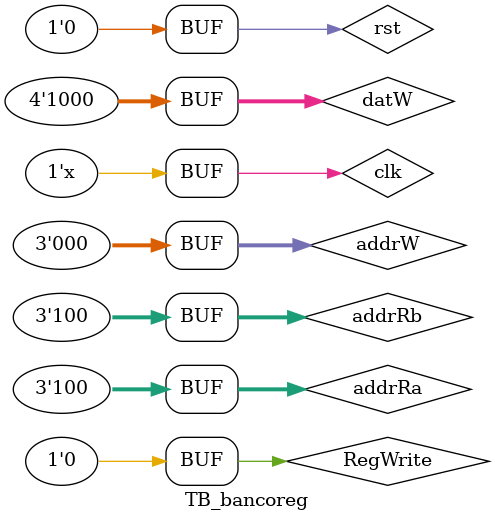
<source format=v>
`timescale 1ns / 1ps

module TB_bancoreg;

    // Inputs
	reg [2:0] addrRa;
	reg [2:0] addrRb;
	reg [2:0] addrW;
	reg [3:0] datW;
	reg RegWrite;
	reg clk;
	reg rst;

    // Outputs
	wire [3:0] datOutRa;
	wire [3:0] datOutRb;
   	wire [0:6] sseg;
   	wire [5:0] an;
	wire led;

   	Bancoreg bacoReg ( addrRa, addrRb, addrW, datW, RegWrite, 
	   					clk, rst, sseg, an);

    initial begin
        // Initialize Inputs
		addrRa = 0;
		addrRb = 3;
		addrW = 0;
		datW = 4;
		RegWrite = 1;
		clk = 0;
		rst = 1;
		#10 rst = 0;

		// Wait 100 ns for global reset to finish
		#100;
		
		// writting 8 registers
		for (addrW = 0; addrW < 8; addrW = addrW + 1) begin
			datW = 15 - addrW;
			#521;
		end
		
		RegWrite = 0; // Disable register writting
		
		// 4 register lecture - 2 simultaneous
		for (addrRa = 0; addrRa < 4; addrRa = addrRa + 1) begin
			addrRb = 7 - addrRa;
			#521; // wait 5 ns to easily see changes
		end
		
		RegWrite = 1;
		rst = 1; // Reset all registers to default value
		#521 //wait for register default value asignment
		
		rst = 0;
		RegWrite = 0;
		
		// Read all registers again, to see the change to default value
		for (addrRa = 0; addrRa < 4; addrRa = addrRa + 1) begin
			addrRb = 7 - addrRa;
			#521; // wait 5 ns to easily see changes
		end
	end
	
	always #1 clk = ~clk;

endmodule

</source>
